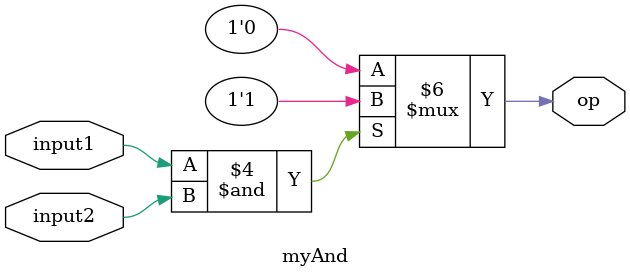
<source format=sv>
module myAnd(input1, input2, op);
    input input1, input2;
    output reg op;
    
    always @(input1, input2)
    begin
        if (input1 == 1 & input2 == 1)
            op = 1;
        else
            op = 0;
    end
endmodule
</source>
